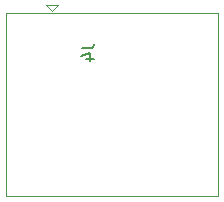
<source format=gbo>
G04 #@! TF.GenerationSoftware,KiCad,Pcbnew,9.0.2*
G04 #@! TF.CreationDate,2025-06-26T10:54:21-04:00*
G04 #@! TF.ProjectId,caeluspcb,6361656c-7573-4706-9362-2e6b69636164,rev?*
G04 #@! TF.SameCoordinates,Original*
G04 #@! TF.FileFunction,Legend,Bot*
G04 #@! TF.FilePolarity,Positive*
%FSLAX46Y46*%
G04 Gerber Fmt 4.6, Leading zero omitted, Abs format (unit mm)*
G04 Created by KiCad (PCBNEW 9.0.2) date 2025-06-26 10:54:21*
%MOMM*%
%LPD*%
G01*
G04 APERTURE LIST*
G04 Aperture macros list*
%AMRoundRect*
0 Rectangle with rounded corners*
0 $1 Rounding radius*
0 $2 $3 $4 $5 $6 $7 $8 $9 X,Y pos of 4 corners*
0 Add a 4 corners polygon primitive as box body*
4,1,4,$2,$3,$4,$5,$6,$7,$8,$9,$2,$3,0*
0 Add four circle primitives for the rounded corners*
1,1,$1+$1,$2,$3*
1,1,$1+$1,$4,$5*
1,1,$1+$1,$6,$7*
1,1,$1+$1,$8,$9*
0 Add four rect primitives between the rounded corners*
20,1,$1+$1,$2,$3,$4,$5,0*
20,1,$1+$1,$4,$5,$6,$7,0*
20,1,$1+$1,$6,$7,$8,$9,0*
20,1,$1+$1,$8,$9,$2,$3,0*%
G04 Aperture macros list end*
%ADD10C,0.150000*%
%ADD11C,0.120000*%
%ADD12R,1.300000X1.300000*%
%ADD13C,1.300000*%
%ADD14C,1.600000*%
%ADD15RoundRect,0.250000X0.550000X0.550000X-0.550000X0.550000X-0.550000X-0.550000X0.550000X-0.550000X0*%
%ADD16C,3.200000*%
%ADD17R,1.500000X1.500000*%
%ADD18C,1.500000*%
%ADD19RoundRect,1.500000X1.500000X-1.500000X1.500000X1.500000X-1.500000X1.500000X-1.500000X-1.500000X0*%
%ADD20C,6.000000*%
%ADD21C,2.921000*%
%ADD22R,2.000000X1.905000*%
%ADD23O,2.000000X1.905000*%
%ADD24R,1.905000X2.000000*%
%ADD25O,1.905000X2.000000*%
%ADD26C,3.000000*%
%ADD27R,2.000000X2.000000*%
%ADD28C,2.000000*%
%ADD29RoundRect,0.250000X-0.550000X-0.550000X0.550000X-0.550000X0.550000X0.550000X-0.550000X0.550000X0*%
%ADD30RoundRect,0.250000X-0.600000X-0.750000X0.600000X-0.750000X0.600000X0.750000X-0.600000X0.750000X0*%
%ADD31O,1.700000X2.000000*%
G04 APERTURE END LIST*
D10*
X110444819Y-106644166D02*
X111159104Y-106644166D01*
X111159104Y-106644166D02*
X111301961Y-106596547D01*
X111301961Y-106596547D02*
X111397200Y-106501309D01*
X111397200Y-106501309D02*
X111444819Y-106358452D01*
X111444819Y-106358452D02*
X111444819Y-106263214D01*
X110778152Y-107548928D02*
X111444819Y-107548928D01*
X110397200Y-107310833D02*
X111111485Y-107072738D01*
X111111485Y-107072738D02*
X111111485Y-107691785D01*
D11*
G04 #@! TO.C,J4*
X104010000Y-103662500D02*
X121970000Y-103662500D01*
X104010000Y-119182500D02*
X104010000Y-103662500D01*
X104010000Y-119182500D02*
X121970000Y-119182500D01*
X107390000Y-102977500D02*
X108390000Y-102977500D01*
X107890000Y-103477500D02*
X107390000Y-102977500D01*
X108390000Y-102977500D02*
X107890000Y-103477500D01*
X121970000Y-103662500D02*
X121970000Y-119182500D01*
G04 #@! TD*
%LPC*%
D12*
G04 #@! TO.C,Q4*
X76230000Y-143230000D03*
D13*
X77500000Y-144500000D03*
X76230000Y-145770000D03*
G04 #@! TD*
D14*
G04 #@! TO.C,R20*
X43367500Y-103180000D03*
X43367500Y-113340000D03*
G04 #@! TD*
G04 #@! TO.C,R18*
X106367500Y-99260000D03*
X106367500Y-89100000D03*
G04 #@! TD*
D15*
G04 #@! TO.C,U2*
X86045000Y-111040000D03*
D14*
X86045000Y-108500000D03*
X86045000Y-105960000D03*
X86045000Y-103420000D03*
X86045000Y-100880000D03*
X86045000Y-98340000D03*
X86045000Y-95800000D03*
X86045000Y-93260000D03*
X86045000Y-90720000D03*
X78425000Y-90720000D03*
X78425000Y-93260000D03*
X78425000Y-95800000D03*
X78425000Y-98340000D03*
X78425000Y-100880000D03*
X78425000Y-103420000D03*
X78425000Y-105960000D03*
X78425000Y-108500000D03*
X78425000Y-111040000D03*
G04 #@! TD*
G04 #@! TO.C,R24*
X107350000Y-126000000D03*
X97190000Y-126000000D03*
G04 #@! TD*
G04 #@! TO.C,R32*
X83340000Y-146500000D03*
X93500000Y-146500000D03*
G04 #@! TD*
G04 #@! TO.C,R26*
X108000000Y-135500000D03*
X97840000Y-135500000D03*
G04 #@! TD*
D16*
G04 #@! TO.C,J2*
X95850000Y-74380000D03*
X84420000Y-74380000D03*
D17*
X94580000Y-80730000D03*
D18*
X93310000Y-83270000D03*
X92040000Y-80730000D03*
X90770000Y-83270000D03*
X89500000Y-80730000D03*
X88230000Y-83270000D03*
X86960000Y-80730000D03*
X85690000Y-83270000D03*
G04 #@! TD*
D14*
G04 #@! TO.C,R21*
X94270000Y-126000000D03*
X84110000Y-126000000D03*
G04 #@! TD*
G04 #@! TO.C,R7*
X68430000Y-133270000D03*
X58270000Y-133270000D03*
G04 #@! TD*
G04 #@! TO.C,R22*
X84190000Y-131000000D03*
X94350000Y-131000000D03*
G04 #@! TD*
G04 #@! TO.C,R14*
X45350000Y-123270000D03*
X55510000Y-123270000D03*
G04 #@! TD*
D16*
G04 #@! TO.C,J1*
X118240000Y-74380000D03*
X106810000Y-74380000D03*
D17*
X116970000Y-80730000D03*
D18*
X115700000Y-83270000D03*
X114430000Y-80730000D03*
X113160000Y-83270000D03*
X111890000Y-80730000D03*
X110620000Y-83270000D03*
X109350000Y-80730000D03*
X108080000Y-83270000D03*
G04 #@! TD*
D19*
G04 #@! TO.C,J6*
X50075000Y-161900000D03*
D20*
X50075000Y-154700000D03*
G04 #@! TD*
D12*
G04 #@! TO.C,Q9*
X70240000Y-115380000D03*
D13*
X71510000Y-116650000D03*
X70240000Y-117920000D03*
G04 #@! TD*
D14*
G04 #@! TO.C,R4*
X55270000Y-138270000D03*
X45110000Y-138270000D03*
G04 #@! TD*
G04 #@! TO.C,R17*
X74367500Y-99340000D03*
X74367500Y-89180000D03*
G04 #@! TD*
G04 #@! TO.C,R9*
X71540000Y-128270000D03*
X81700000Y-128270000D03*
G04 #@! TD*
G04 #@! TO.C,R1*
X69160000Y-82260000D03*
X79320000Y-82260000D03*
G04 #@! TD*
G04 #@! TO.C,R28*
X110340000Y-130500000D03*
X120500000Y-130500000D03*
G04 #@! TD*
D21*
G04 #@! TO.C,SW1*
X50177000Y-171800000D03*
X54876000Y-171800000D03*
X59575000Y-171800000D03*
G04 #@! TD*
D14*
G04 #@! TO.C,R19*
X74367500Y-102260000D03*
X74367500Y-112420000D03*
G04 #@! TD*
G04 #@! TO.C,R16*
X71620000Y-138270000D03*
X81780000Y-138270000D03*
G04 #@! TD*
G04 #@! TO.C,R6*
X68430000Y-128270000D03*
X58270000Y-128270000D03*
G04 #@! TD*
G04 #@! TO.C,R15*
X68430000Y-138270000D03*
X58270000Y-138270000D03*
G04 #@! TD*
D22*
G04 #@! TO.C,U6*
X62075000Y-161380000D03*
D23*
X62075000Y-158840000D03*
X62075000Y-156300000D03*
G04 #@! TD*
D12*
G04 #@! TO.C,Q7*
X115000000Y-140000000D03*
D13*
X116270000Y-141270000D03*
X115000000Y-142540000D03*
G04 #@! TD*
D14*
G04 #@! TO.C,R35*
X66740000Y-115380000D03*
X56580000Y-115380000D03*
G04 #@! TD*
G04 #@! TO.C,R27*
X120420000Y-125500000D03*
X110260000Y-125500000D03*
G04 #@! TD*
D24*
G04 #@! TO.C,Q1*
X56535000Y-181750000D03*
D25*
X59075000Y-181750000D03*
X61615000Y-181750000D03*
G04 #@! TD*
D14*
G04 #@! TO.C,R3*
X55510000Y-133270000D03*
X45350000Y-133270000D03*
G04 #@! TD*
G04 #@! TO.C,R11*
X69240000Y-75260000D03*
X79400000Y-75260000D03*
G04 #@! TD*
G04 #@! TO.C,R25*
X97270000Y-131000000D03*
X107430000Y-131000000D03*
G04 #@! TD*
D15*
G04 #@! TO.C,U3*
X55127500Y-111420000D03*
D14*
X55127500Y-108880000D03*
X55127500Y-106340000D03*
X55127500Y-103800000D03*
X55127500Y-101260000D03*
X55127500Y-98720000D03*
X55127500Y-96180000D03*
X55127500Y-93640000D03*
X55127500Y-91100000D03*
X47507500Y-91100000D03*
X47507500Y-93640000D03*
X47507500Y-96180000D03*
X47507500Y-98720000D03*
X47507500Y-101260000D03*
X47507500Y-103800000D03*
X47507500Y-106340000D03*
X47507500Y-108880000D03*
X47507500Y-111420000D03*
G04 #@! TD*
G04 #@! TO.C,R36*
X56580000Y-118380000D03*
X66740000Y-118380000D03*
G04 #@! TD*
D26*
G04 #@! TO.C,U4*
X68525000Y-177280000D03*
X115475000Y-177280000D03*
X68525000Y-152770000D03*
X115475000Y-152770000D03*
D27*
X76485000Y-177700000D03*
D28*
X79025000Y-177700000D03*
X81565000Y-177700000D03*
X84105000Y-177700000D03*
X86645000Y-177700000D03*
X89185000Y-177700000D03*
X91725000Y-177700000D03*
X94265000Y-177700000D03*
X96805000Y-177700000D03*
X99345000Y-177700000D03*
X101885000Y-177700000D03*
X104425000Y-177700000D03*
X106965000Y-177700000D03*
X109505000Y-177700000D03*
X112045000Y-177700000D03*
X112045000Y-152300000D03*
X109505000Y-152300000D03*
X106965000Y-152300000D03*
X104425000Y-152300000D03*
X101885000Y-152300000D03*
X99345000Y-152300000D03*
X96805000Y-152300000D03*
X94265000Y-152300000D03*
X91725000Y-152300000D03*
X89185000Y-152300000D03*
X86645000Y-152300000D03*
X84105000Y-152300000D03*
X81565000Y-152300000D03*
X79025000Y-152300000D03*
X76485000Y-152300000D03*
G04 #@! TD*
D14*
G04 #@! TO.C,R12*
X68000000Y-183000000D03*
X78160000Y-183000000D03*
G04 #@! TD*
D12*
G04 #@! TO.C,Q6*
X102270000Y-140730000D03*
D13*
X103540000Y-142000000D03*
X102270000Y-143270000D03*
G04 #@! TD*
D14*
G04 #@! TO.C,R29*
X121000000Y-135500000D03*
X110840000Y-135500000D03*
G04 #@! TD*
G04 #@! TO.C,R31*
X96840000Y-146500000D03*
X107000000Y-146500000D03*
G04 #@! TD*
G04 #@! TO.C,R10*
X81700000Y-133270000D03*
X71540000Y-133270000D03*
G04 #@! TD*
G04 #@! TO.C,R2*
X55590000Y-128270000D03*
X45430000Y-128270000D03*
G04 #@! TD*
G04 #@! TO.C,R13*
X92080000Y-183000000D03*
X81920000Y-183000000D03*
G04 #@! TD*
G04 #@! TO.C,R33*
X96740000Y-115380000D03*
X86580000Y-115380000D03*
G04 #@! TD*
D29*
G04 #@! TO.C,U5*
X62367500Y-91100000D03*
D14*
X62367500Y-93640000D03*
X62367500Y-96180000D03*
X62367500Y-98720000D03*
X62367500Y-101260000D03*
X62367500Y-103800000D03*
X62367500Y-106340000D03*
X62367500Y-108880000D03*
X62367500Y-111420000D03*
X69987500Y-111420000D03*
X69987500Y-108880000D03*
X69987500Y-106340000D03*
X69987500Y-103800000D03*
X69987500Y-101260000D03*
X69987500Y-98720000D03*
X69987500Y-96180000D03*
X69987500Y-93640000D03*
X69987500Y-91100000D03*
G04 #@! TD*
D16*
G04 #@! TO.C,J3*
X64557500Y-73780000D03*
X53127500Y-73780000D03*
D17*
X63287500Y-80130000D03*
D18*
X62017500Y-82670000D03*
X60747500Y-80130000D03*
X59477500Y-82670000D03*
X58207500Y-80130000D03*
X56937500Y-82670000D03*
X55667500Y-80130000D03*
X54397500Y-82670000D03*
G04 #@! TD*
D14*
G04 #@! TO.C,R8*
X81620000Y-123270000D03*
X71460000Y-123270000D03*
G04 #@! TD*
G04 #@! TO.C,R34*
X86580000Y-118380000D03*
X96740000Y-118380000D03*
G04 #@! TD*
D12*
G04 #@! TO.C,Q8*
X100740000Y-115380000D03*
D13*
X102010000Y-116650000D03*
X100740000Y-117920000D03*
G04 #@! TD*
D14*
G04 #@! TO.C,R30*
X110340000Y-146500000D03*
X120500000Y-146500000D03*
G04 #@! TD*
D12*
G04 #@! TO.C,Q2*
X50160000Y-143880000D03*
D13*
X51430000Y-145150000D03*
X50160000Y-146420000D03*
G04 #@! TD*
D14*
G04 #@! TO.C,R23*
X94500000Y-135500000D03*
X84340000Y-135500000D03*
G04 #@! TD*
D29*
G04 #@! TO.C,U1*
X94045000Y-90720000D03*
D14*
X94045000Y-93260000D03*
X94045000Y-95800000D03*
X94045000Y-98340000D03*
X94045000Y-100880000D03*
X94045000Y-103420000D03*
X94045000Y-105960000D03*
X94045000Y-108500000D03*
X94045000Y-111040000D03*
X101665000Y-111040000D03*
X101665000Y-108500000D03*
X101665000Y-105960000D03*
X101665000Y-103420000D03*
X101665000Y-100880000D03*
X101665000Y-98340000D03*
X101665000Y-95800000D03*
X101665000Y-93260000D03*
X101665000Y-90720000D03*
G04 #@! TD*
D30*
G04 #@! TO.C,J5*
X48075000Y-180300000D03*
D31*
X50575000Y-180300000D03*
G04 #@! TD*
D12*
G04 #@! TO.C,Q5*
X88730000Y-140730000D03*
D13*
X90000000Y-142000000D03*
X88730000Y-143270000D03*
G04 #@! TD*
D14*
G04 #@! TO.C,R5*
X68510000Y-123270000D03*
X58350000Y-123270000D03*
G04 #@! TD*
D12*
G04 #@! TO.C,Q3*
X63430000Y-143730000D03*
D13*
X64700000Y-145000000D03*
X63430000Y-146270000D03*
G04 #@! TD*
D16*
G04 #@! TO.C,J4*
X114240000Y-105707500D03*
X114240000Y-117137500D03*
D17*
X107890000Y-106977500D03*
D18*
X105350000Y-108247500D03*
X107890000Y-109517500D03*
X105350000Y-110787500D03*
X107890000Y-112057500D03*
X105350000Y-113327500D03*
X107890000Y-114597500D03*
X105350000Y-115867500D03*
G04 #@! TD*
%LPD*%
M02*

</source>
